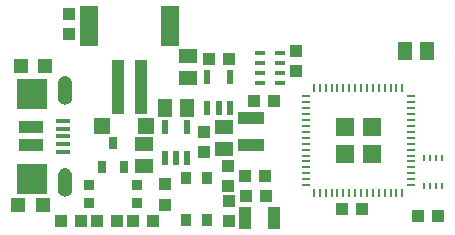
<source format=gbr>
G04 EAGLE Gerber RS-274X export*
G75*
%MOMM*%
%FSLAX34Y34*%
%LPD*%
%INSolderpaste Top*%
%IPPOS*%
%AMOC8*
5,1,8,0,0,1.08239X$1,22.5*%
G01*
%ADD10R,1.500000X1.240000*%
%ADD11R,1.000000X1.075000*%
%ADD12R,1.240000X1.500000*%
%ADD13R,1.200000X1.200000*%
%ADD14R,1.075000X1.000000*%
%ADD15R,0.900000X0.900000*%
%ADD16R,2.000000X1.000000*%
%ADD17R,2.500000X2.500000*%
%ADD18R,1.250000X0.300000*%
%ADD19R,0.550000X1.200000*%
%ADD20R,1.000000X4.600000*%
%ADD21R,1.600000X3.400000*%
%ADD22R,1.100000X1.900000*%
%ADD23R,0.850000X1.000000*%
%ADD24R,0.275000X0.500000*%
%ADD25R,1.400000X1.400000*%
%ADD26R,0.635000X1.016000*%
%ADD27R,0.900000X0.450000*%
%ADD28R,0.220000X0.700000*%
%ADD29R,0.700000X0.220000*%
%ADD30R,1.524000X1.524000*%
%ADD31R,2.200000X1.016000*%

G36*
X53548Y141173D02*
X53548Y141173D01*
X54822Y141373D01*
X54869Y141390D01*
X54959Y141411D01*
X56155Y141889D01*
X56198Y141916D01*
X56281Y141956D01*
X57341Y142688D01*
X57377Y142724D01*
X57448Y142782D01*
X58319Y143732D01*
X58346Y143774D01*
X58403Y143847D01*
X59040Y144967D01*
X59057Y145014D01*
X59096Y145097D01*
X59469Y146331D01*
X59474Y146381D01*
X59494Y146471D01*
X59583Y147756D01*
X59581Y147776D01*
X59584Y147800D01*
X59584Y158800D01*
X59582Y158815D01*
X59583Y158835D01*
X59522Y159961D01*
X59511Y160008D01*
X59503Y160084D01*
X59222Y161177D01*
X59202Y161221D01*
X59180Y161294D01*
X58692Y162311D01*
X58664Y162350D01*
X58627Y162417D01*
X57950Y163320D01*
X57915Y163353D01*
X57866Y163411D01*
X57026Y164164D01*
X56985Y164190D01*
X56925Y164238D01*
X55954Y164812D01*
X55909Y164829D01*
X55842Y164865D01*
X54777Y165239D01*
X54730Y165247D01*
X54657Y165269D01*
X53540Y165428D01*
X53512Y165427D01*
X53360Y165428D01*
X52244Y165269D01*
X52198Y165254D01*
X52123Y165239D01*
X51058Y164865D01*
X51016Y164841D01*
X50946Y164812D01*
X49975Y164238D01*
X49938Y164206D01*
X49874Y164164D01*
X49034Y163411D01*
X49005Y163374D01*
X48950Y163320D01*
X48273Y162417D01*
X48251Y162374D01*
X48208Y162311D01*
X47720Y161294D01*
X47707Y161247D01*
X47678Y161177D01*
X47397Y160084D01*
X47394Y160036D01*
X47378Y159961D01*
X47317Y158835D01*
X47319Y158819D01*
X47316Y158800D01*
X47316Y147800D01*
X47319Y147785D01*
X47317Y147765D01*
X47378Y146639D01*
X47390Y146592D01*
X47397Y146516D01*
X47678Y145423D01*
X47698Y145379D01*
X47720Y145306D01*
X48208Y144289D01*
X48237Y144250D01*
X48273Y144183D01*
X48950Y143280D01*
X48985Y143247D01*
X49034Y143189D01*
X49874Y142436D01*
X49915Y142410D01*
X49975Y142362D01*
X50946Y141788D01*
X50991Y141771D01*
X51058Y141735D01*
X52123Y141361D01*
X52170Y141353D01*
X52244Y141331D01*
X53360Y141172D01*
X53361Y141172D01*
X53548Y141173D01*
G37*
G36*
X53548Y63173D02*
X53548Y63173D01*
X54822Y63373D01*
X54869Y63390D01*
X54959Y63411D01*
X56155Y63889D01*
X56198Y63916D01*
X56281Y63956D01*
X57341Y64688D01*
X57377Y64724D01*
X57448Y64782D01*
X58319Y65732D01*
X58346Y65774D01*
X58403Y65847D01*
X59040Y66967D01*
X59057Y67014D01*
X59096Y67097D01*
X59469Y68331D01*
X59474Y68381D01*
X59494Y68471D01*
X59583Y69756D01*
X59581Y69776D01*
X59584Y69800D01*
X59584Y80800D01*
X59582Y80815D01*
X59583Y80835D01*
X59522Y81961D01*
X59511Y82008D01*
X59503Y82084D01*
X59222Y83177D01*
X59202Y83221D01*
X59180Y83294D01*
X58692Y84311D01*
X58664Y84350D01*
X58627Y84417D01*
X57950Y85320D01*
X57915Y85353D01*
X57866Y85411D01*
X57026Y86164D01*
X56985Y86190D01*
X56925Y86238D01*
X55954Y86812D01*
X55909Y86829D01*
X55842Y86865D01*
X54777Y87239D01*
X54730Y87247D01*
X54657Y87269D01*
X53540Y87428D01*
X53512Y87427D01*
X53360Y87428D01*
X52244Y87269D01*
X52198Y87254D01*
X52123Y87239D01*
X51058Y86865D01*
X51016Y86841D01*
X50946Y86812D01*
X49975Y86238D01*
X49938Y86206D01*
X49874Y86164D01*
X49034Y85411D01*
X49005Y85374D01*
X48950Y85320D01*
X48273Y84417D01*
X48251Y84374D01*
X48208Y84311D01*
X47720Y83294D01*
X47707Y83247D01*
X47678Y83177D01*
X47397Y82084D01*
X47394Y82036D01*
X47378Y81961D01*
X47317Y80835D01*
X47319Y80819D01*
X47316Y80800D01*
X47316Y69800D01*
X47319Y69785D01*
X47317Y69765D01*
X47378Y68639D01*
X47390Y68592D01*
X47397Y68516D01*
X47678Y67423D01*
X47698Y67379D01*
X47720Y67306D01*
X48208Y66289D01*
X48237Y66250D01*
X48273Y66183D01*
X48950Y65280D01*
X48985Y65247D01*
X49034Y65189D01*
X49874Y64436D01*
X49915Y64410D01*
X49975Y64362D01*
X50946Y63788D01*
X50991Y63771D01*
X51058Y63735D01*
X52123Y63361D01*
X52170Y63353D01*
X52244Y63331D01*
X53360Y63172D01*
X53361Y63172D01*
X53548Y63173D01*
G37*
D10*
X120415Y107875D03*
X120415Y88875D03*
D11*
X249090Y169302D03*
X249090Y186302D03*
D12*
X137785Y138580D03*
X156785Y138580D03*
D13*
X15950Y173590D03*
X36950Y173590D03*
D14*
X111388Y42176D03*
X128388Y42176D03*
D11*
X57150Y218050D03*
X57150Y201050D03*
D15*
X73480Y57405D03*
X73480Y73405D03*
X114480Y73405D03*
X114480Y57405D03*
D16*
X24450Y121800D03*
X24450Y106800D03*
D17*
X25450Y150300D03*
X25450Y78300D03*
D18*
X52200Y127300D03*
X52200Y120800D03*
X52200Y114300D03*
X52200Y107800D03*
X52200Y101300D03*
D19*
X137820Y96219D03*
X147320Y96219D03*
X156820Y96219D03*
X156820Y122221D03*
X137820Y122221D03*
D20*
X97950Y156040D03*
X117950Y156040D03*
D21*
X73950Y208040D03*
X141950Y208040D03*
D19*
X174015Y138129D03*
X183515Y138129D03*
X193015Y138129D03*
X193015Y164131D03*
X174015Y164131D03*
D13*
X34630Y55880D03*
X13630Y55880D03*
D14*
X49793Y42545D03*
X66793Y42545D03*
D10*
X157480Y182220D03*
X157480Y163220D03*
D14*
X175650Y179705D03*
X192650Y179705D03*
D11*
X192024Y42173D03*
X192024Y59173D03*
D14*
X223765Y63500D03*
X206765Y63500D03*
D22*
X206059Y44958D03*
X230059Y44958D03*
D12*
X341147Y186690D03*
X360147Y186690D03*
D23*
X173596Y78587D03*
X173596Y43587D03*
X156096Y78587D03*
X156096Y43587D03*
D24*
X357625Y72328D03*
X362625Y72328D03*
X367625Y72328D03*
X372625Y72328D03*
X357625Y96328D03*
X362625Y96328D03*
X367625Y96328D03*
X372625Y96328D03*
D14*
X369688Y46482D03*
X352688Y46482D03*
D11*
X191262Y72145D03*
X191262Y89145D03*
D14*
X305122Y52628D03*
X288122Y52628D03*
X97400Y42545D03*
X80400Y42545D03*
D25*
X122005Y123190D03*
X85005Y123190D03*
D26*
X93980Y108425D03*
X103480Y88425D03*
X84480Y88425D03*
D27*
X218195Y159085D03*
X235195Y159085D03*
X218195Y168085D03*
X218195Y176085D03*
X218195Y185085D03*
X235195Y185085D03*
X235195Y168085D03*
X235195Y176085D03*
D11*
X171450Y100720D03*
X171450Y117720D03*
X138557Y73524D03*
X138557Y56524D03*
D14*
X205495Y80645D03*
X222495Y80645D03*
D28*
X264125Y65990D03*
X269125Y65990D03*
X274125Y65990D03*
X279125Y65990D03*
X284125Y65990D03*
X289125Y65990D03*
X294125Y65990D03*
X299125Y65990D03*
X304125Y65990D03*
X309125Y65990D03*
X314125Y65990D03*
X319125Y65990D03*
X324125Y65990D03*
X329125Y65990D03*
X334125Y65990D03*
X339125Y65990D03*
D29*
X346125Y72990D03*
X346125Y77990D03*
X346125Y82990D03*
X346125Y87990D03*
X346125Y92990D03*
X346125Y97990D03*
X346125Y102990D03*
X346125Y107990D03*
X346125Y112990D03*
X346125Y117990D03*
X346125Y122990D03*
X346125Y127990D03*
X346125Y132990D03*
X346125Y137990D03*
X346125Y142990D03*
X346125Y147990D03*
D28*
X339125Y154990D03*
X334125Y154990D03*
X329125Y154990D03*
X324125Y154990D03*
X319125Y154990D03*
X314125Y154990D03*
X309125Y154990D03*
X304125Y154990D03*
X299125Y154990D03*
X294125Y154990D03*
X289125Y154990D03*
X284125Y154990D03*
X279125Y154990D03*
X274125Y154990D03*
X269125Y154990D03*
X264125Y154990D03*
D29*
X257125Y147990D03*
X257125Y142990D03*
X257125Y137990D03*
X257125Y132990D03*
X257125Y127990D03*
X257125Y122990D03*
X257125Y117990D03*
X257125Y112990D03*
X257125Y107990D03*
X257125Y102990D03*
X257125Y97990D03*
X257125Y92990D03*
X257125Y87990D03*
X257125Y82990D03*
X257125Y77990D03*
X257125Y72990D03*
D30*
X290195Y99060D03*
X290195Y121920D03*
X313055Y121920D03*
X313055Y99060D03*
D10*
X187960Y122530D03*
X187960Y103530D03*
D31*
X210820Y129380D03*
X210820Y106840D03*
D14*
X230750Y144145D03*
X213750Y144145D03*
M02*

</source>
